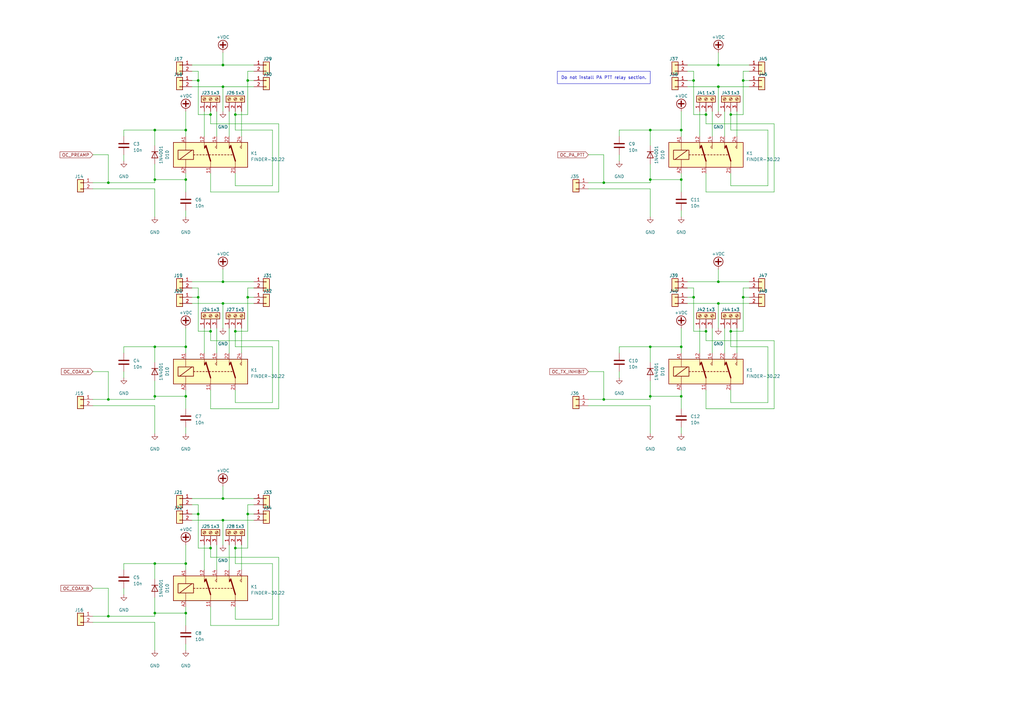
<source format=kicad_sch>
(kicad_sch (version 20230121) (generator eeschema)
  (paper "A3")
  (lib_symbols
    (symbol "Connector:Screw_Terminal_01x03" (pin_names (offset 1.016) hide)
      (property "Reference" "J" (at 0 5.08 0))
      (property "Value" "Screw_Terminal_01x03" (at 0 -5.08 0))
      (symbol "Screw_Terminal_01x03_1_1"
        (rectangle (start -1.27 3.81) (end 1.27 -3.81) (stroke (width 0.254)) (fill (type background)))
        (circle (center 0 -2.54) (radius 0.635) (stroke (width 0.1524)))
        (polyline (pts (xy -0.5334 -2.2098) (xy 0.3302 -3.048)) (stroke (width 0.1524)))
        (polyline (pts (xy -0.5334 0.3302) (xy 0.3302 -0.508)) (stroke (width 0.1524)))
        (polyline (pts (xy -0.5334 2.8702) (xy 0.3302 2.032)) (stroke (width 0.1524)))
        (polyline (pts (xy -0.3556 -2.032) (xy 0.508 -2.8702)) (stroke (width 0.1524)))
        (polyline (pts (xy -0.3556 0.508) (xy 0.508 -0.3302)) (stroke (width 0.1524)))
        (polyline (pts (xy -0.3556 3.048) (xy 0.508 2.2098)) (stroke (width 0.1524)))
        (circle (center 0 0) (radius 0.635) (stroke (width 0.1524)))
        (circle (center 0 2.54) (radius 0.635) (stroke (width 0.1524)))
        (pin passive line (at -5.08 2.54 0) (length 3.81) (name "Pin_1") (number "1"))
        (pin passive line (at -5.08 0 0) (length 3.81) (name "Pin_2") (number "2"))
        (pin passive line (at -5.08 -2.54 0) (length 3.81) (name "Pin_3") (number "3"))
      )
    )
    (symbol "Connector_Generic:Conn_01x02" (pin_names (offset 1.016) hide)
      (property "Reference" "J" (at 0 2.54 0))
      (property "Value" "Conn_01x02" (at 0 -5.08 0))
      (symbol "Conn_01x02_1_1"
        (rectangle (start -1.27 -2.413) (end 0 -2.667) (stroke (width 0.1524)))
        (rectangle (start -1.27 0.127) (end 0 -0.127) (stroke (width 0.1524)))
        (rectangle (start -1.27 1.27) (end 1.27 -3.81) (stroke (width 0.254)) (fill (type background)))
        (pin passive line (at -5.08 0 0) (length 3.81) (name "Pin_1") (number "1"))
        (pin passive line (at -5.08 -2.54 0) (length 3.81) (name "Pin_2") (number "2"))
      )
    )
    (symbol "Device:C" (pin_numbers hide) (pin_names (offset 0.254))
      (property "Reference" "C" (at 0.635 2.54 0))
      (property "Value" "C" (at 0.635 -2.54 0))
      (symbol "C_0_1"
        (polyline (pts (xy -2.032 -0.762) (xy 2.032 -0.762)) (stroke (width 0.508)))
        (polyline (pts (xy -2.032 0.762) (xy 2.032 0.762)) (stroke (width 0.508)))
      )
      (symbol "C_1_1"
        (pin passive line (at 0 3.81 270) (length 2.794) (name "~") (number "1"))
        (pin passive line (at 0 -3.81 90) (length 2.794) (name "~") (number "2"))
      )
    )
    (symbol "Diode:1N4001" (pin_numbers hide) (pin_names hide)
      (property "Reference" "D" (at 0 2.54 0))
      (property "Value" "1N4001" (at 0 -2.54 0))
      (symbol "1N4001_0_1"
        (polyline (pts (xy -1.27 1.27) (xy -1.27 -1.27)) (stroke (width 0.254)))
        (polyline (pts (xy 1.27 0) (xy -1.27 0)))
        (polyline (pts (xy 1.27 1.27) (xy 1.27 -1.27) (xy -1.27 0) (xy 1.27 1.27)) (stroke (width 0.254)))
      )
      (symbol "1N4001_1_1"
        (pin passive line (at -3.81 0 0) (length 2.54) (name "K") (number "1"))
        (pin passive line (at 3.81 0 180) (length 2.54) (name "A") (number "2"))
      )
    )
    (symbol "Relay:FINDER-30.22"
      (property "Reference" "K" (at 16.51 3.81 0))
      (property "Value" "FINDER-30.22" (at 16.51 1.27 0))
      (symbol "FINDER-30.22_0_0"
        (polyline (pts (xy -2.54 5.08) (xy -2.54 2.54) (xy -1.905 3.175) (xy -2.54 3.81)) (fill (type outline)))
        (polyline (pts (xy 2.54 5.08) (xy 2.54 2.54) (xy 1.905 3.175) (xy 2.54 3.81)))
        (polyline (pts (xy 7.62 5.08) (xy 7.62 2.54) (xy 8.255 3.175) (xy 7.62 3.81)) (fill (type outline)))
        (polyline (pts (xy 12.7 5.08) (xy 12.7 2.54) (xy 12.065 3.175) (xy 12.7 3.81)))
      )
      (symbol "FINDER-30.22_0_1"
        (rectangle (start -15.24 5.08) (end 15.24 -5.08) (stroke (width 0.254)) (fill (type background)))
        (rectangle (start -13.335 1.905) (end -6.985 -1.905) (stroke (width 0.254)))
        (polyline (pts (xy -12.7 -1.905) (xy -7.62 1.905)) (stroke (width 0.254)))
        (polyline (pts (xy -10.16 -5.08) (xy -10.16 -1.905)))
        (polyline (pts (xy -10.16 5.08) (xy -10.16 1.905)))
        (polyline (pts (xy -6.985 0) (xy -6.35 0)) (stroke (width 0.254)))
        (polyline (pts (xy -5.715 0) (xy -5.08 0)) (stroke (width 0.254)))
        (polyline (pts (xy -4.445 0) (xy -3.81 0)) (stroke (width 0.254)))
        (polyline (pts (xy -3.175 0) (xy -2.54 0)) (stroke (width 0.254)))
        (polyline (pts (xy -1.905 0) (xy -1.27 0)) (stroke (width 0.254)))
        (polyline (pts (xy -0.635 0) (xy 0 0)) (stroke (width 0.254)))
        (polyline (pts (xy 0 -2.54) (xy -1.905 3.81)) (stroke (width 0.508)))
        (polyline (pts (xy 0 -2.54) (xy 0 -5.08)))
        (polyline (pts (xy 0.635 0) (xy 1.27 0)) (stroke (width 0.254)))
        (polyline (pts (xy 1.905 0) (xy 2.54 0)) (stroke (width 0.254)))
        (polyline (pts (xy 3.175 0) (xy 3.81 0)) (stroke (width 0.254)))
        (polyline (pts (xy 4.445 0) (xy 5.08 0)) (stroke (width 0.254)))
        (polyline (pts (xy 5.715 0) (xy 6.35 0)) (stroke (width 0.254)))
        (polyline (pts (xy 6.985 0) (xy 7.62 0)) (stroke (width 0.254)))
        (polyline (pts (xy 8.255 0) (xy 8.89 0)) (stroke (width 0.254)))
        (polyline (pts (xy 10.16 -2.54) (xy 8.255 3.81)) (stroke (width 0.508)))
        (polyline (pts (xy 10.16 -2.54) (xy 10.16 -5.08)))
      )
      (symbol "FINDER-30.22_1_1"
        (pin passive line (at 0 -7.62 90) (length 2.54) (name "~") (number "11"))
        (pin passive line (at -2.54 7.62 270) (length 2.54) (name "~") (number "12"))
        (pin passive line (at 2.54 7.62 270) (length 2.54) (name "~") (number "14"))
        (pin passive line (at 10.16 -7.62 90) (length 2.54) (name "~") (number "21"))
        (pin passive line (at 7.62 7.62 270) (length 2.54) (name "~") (number "22"))
        (pin passive line (at 12.7 7.62 270) (length 2.54) (name "~") (number "24"))
        (pin passive line (at -10.16 7.62 270) (length 2.54) (name "~") (number "A1"))
        (pin passive line (at -10.16 -7.62 90) (length 2.54) (name "~") (number "A2"))
      )
    )
    (symbol "power:+VDC" (power) (pin_names (offset 0))
      (property "Value" "+VDC" (at 0 6.35 0))
      (symbol "+VDC_0_1"
        (polyline (pts (xy -1.143 3.175) (xy 1.143 3.175)) (stroke (width 0.508)))
        (polyline (pts (xy 0 0) (xy 0 1.27)))
        (polyline (pts (xy 0 2.032) (xy 0 4.318)) (stroke (width 0.508)))
        (circle (center 0 3.175) (radius 1.905) (stroke (width 0.254)))
      )
      (symbol "+VDC_1_1"
        (pin power_in line (at 0 0 90) (length 0) hide (name "+VDC") (number "1"))
      )
    )
    (symbol "power:GND" (power) (pin_names (offset 0))
      (property "Value" "GND" (at 0 -3.81 0))
      (symbol "GND_0_1"
        (polyline (pts (xy 0 0) (xy 0 -1.27) (xy 1.27 -1.27) (xy 0 -2.54) (xy -1.27 -1.27) (xy 0 -1.27)))
      )
      (symbol "GND_1_1"
        (pin power_in line (at 0 0 270) (length 0) hide (name "GND") (number "1"))
      )
    )
  )
  (junction (at 101.6 210.82))
  (junction (at 284.48 33.02))
  (junction (at 44.45 163.83))
  (junction (at 101.6 121.92))
  (junction (at 101.6 33.02))
  (junction (at 63.5 251.46))
  (junction (at 266.7 162.56))
  (junction (at 294.64 124.46))
  (junction (at 304.8 121.92))
  (junction (at 91.44 213.36))
  (junction (at 44.45 74.93))
  (junction (at 294.64 35.56))
  (junction (at 266.7 142.24))
  (junction (at 266.7 53.34))
  (junction (at 81.28 33.02))
  (junction (at 91.44 115.57))
  (junction (at 96.52 46.99))
  (junction (at 81.28 210.82))
  (junction (at 284.48 121.92))
  (junction (at 304.8 33.02))
  (junction (at 91.44 35.56))
  (junction (at 91.44 26.67))
  (junction (at 247.65 74.93))
  (junction (at 299.72 46.99))
  (junction (at 96.52 135.89))
  (junction (at 81.28 121.92))
  (junction (at 63.5 53.34))
  (junction (at 266.7 73.66))
  (junction (at 294.64 115.57))
  (junction (at 86.36 135.89))
  (junction (at 86.36 46.99))
  (junction (at 289.56 135.89))
  (junction (at 91.44 124.46))
  (junction (at 76.2 142.24))
  (junction (at 279.4 53.34))
  (junction (at 279.4 162.56))
  (junction (at 279.4 142.24))
  (junction (at 63.5 231.14))
  (junction (at 96.52 224.79))
  (junction (at 63.5 162.56))
  (junction (at 76.2 73.66))
  (junction (at 91.44 204.47))
  (junction (at 76.2 53.34))
  (junction (at 86.36 224.79))
  (junction (at 76.2 231.14))
  (junction (at 63.5 142.24))
  (junction (at 289.56 46.99))
  (junction (at 279.4 73.66))
  (junction (at 247.65 163.83))
  (junction (at 76.2 251.46))
  (junction (at 294.64 26.67))
  (junction (at 76.2 162.56))
  (junction (at 44.45 252.73))
  (junction (at 299.72 135.89))
  (junction (at 63.5 73.66))
  (wire (pts (xy 50.8 233.68) (xy 50.8 231.14)))
  (wire (pts (xy 289.56 50.8) (xy 317.5 50.8)))
  (wire (pts (xy 78.74 210.82) (xy 81.28 210.82)))
  (wire (pts (xy 76.2 248.92) (xy 76.2 251.46)))
  (wire (pts (xy 254 142.24) (xy 266.7 142.24)))
  (wire (pts (xy 104.14 204.47) (xy 91.44 204.47)))
  (wire (pts (xy 101.6 121.92) (xy 104.14 121.92)))
  (wire (pts (xy 241.3 77.47) (xy 266.7 77.47)))
  (wire (pts (xy 317.5 167.64) (xy 289.56 167.64)))
  (wire (pts (xy 104.14 115.57) (xy 91.44 115.57)))
  (wire (pts (xy 281.94 33.02) (xy 284.48 33.02)))
  (wire (pts (xy 294.64 115.57) (xy 294.64 110.49)))
  (wire (pts (xy 78.74 213.36) (xy 91.44 213.36)))
  (wire (pts (xy 111.76 231.14) (xy 96.52 231.14)))
  (wire (pts (xy 266.7 142.24) (xy 266.7 148.59)))
  (wire (pts (xy 114.3 256.54) (xy 86.36 256.54)))
  (wire (pts (xy 299.72 76.2) (xy 314.96 76.2)))
  (wire (pts (xy 99.06 134.62) (xy 99.06 144.78)))
  (wire (pts (xy 307.34 26.67) (xy 294.64 26.67)))
  (wire (pts (xy 284.48 33.02) (xy 284.48 46.99)))
  (wire (pts (xy 99.06 223.52) (xy 99.06 233.68)))
  (wire (pts (xy 63.5 231.14) (xy 76.2 231.14)))
  (wire (pts (xy 114.3 167.64) (xy 86.36 167.64)))
  (wire (pts (xy 307.34 115.57) (xy 294.64 115.57)))
  (wire (pts (xy 292.1 134.62) (xy 292.1 144.78)))
  (wire (pts (xy 50.8 142.24) (xy 63.5 142.24)))
  (wire (pts (xy 88.9 45.72) (xy 88.9 55.88)))
  (wire (pts (xy 63.5 142.24) (xy 63.5 148.59)))
  (wire (pts (xy 114.3 139.7) (xy 114.3 167.64)))
  (wire (pts (xy 76.2 162.56) (xy 76.2 167.64)))
  (wire (pts (xy 302.26 45.72) (xy 302.26 55.88)))
  (wire (pts (xy 83.82 223.52) (xy 83.82 233.68)))
  (wire (pts (xy 241.3 63.5) (xy 247.65 63.5)))
  (wire (pts (xy 241.3 74.93) (xy 247.65 74.93)))
  (wire (pts (xy 287.02 134.62) (xy 287.02 144.78)))
  (wire (pts (xy 86.36 223.52) (xy 86.36 224.79)))
  (wire (pts (xy 88.9 134.62) (xy 88.9 144.78)))
  (wire (pts (xy 281.94 118.11) (xy 284.48 118.11)))
  (wire (pts (xy 317.5 139.7) (xy 317.5 167.64)))
  (wire (pts (xy 266.7 163.83) (xy 266.7 162.56)))
  (wire (pts (xy 96.52 165.1) (xy 111.76 165.1)))
  (wire (pts (xy 81.28 224.79) (xy 86.36 224.79)))
  (wire (pts (xy 86.36 134.62) (xy 86.36 135.89)))
  (wire (pts (xy 96.52 76.2) (xy 111.76 76.2)))
  (wire (pts (xy 266.7 74.93) (xy 266.7 73.66)))
  (wire (pts (xy 86.36 135.89) (xy 86.36 139.7)))
  (wire (pts (xy 299.72 142.24) (xy 299.72 135.89)))
  (wire (pts (xy 96.52 46.99) (xy 96.52 45.72)))
  (wire (pts (xy 289.56 139.7) (xy 317.5 139.7)))
  (wire (pts (xy 83.82 45.72) (xy 83.82 55.88)))
  (wire (pts (xy 78.74 207.01) (xy 81.28 207.01)))
  (wire (pts (xy 114.3 228.6) (xy 114.3 256.54)))
  (wire (pts (xy 279.4 175.26) (xy 279.4 177.8)))
  (wire (pts (xy 104.14 207.01) (xy 101.6 207.01)))
  (wire (pts (xy 279.4 45.72) (xy 279.4 53.34)))
  (wire (pts (xy 38.1 166.37) (xy 63.5 166.37)))
  (wire (pts (xy 289.56 167.64) (xy 289.56 160.02)))
  (wire (pts (xy 254 53.34) (xy 266.7 53.34)))
  (wire (pts (xy 266.7 142.24) (xy 279.4 142.24)))
  (wire (pts (xy 93.98 134.62) (xy 93.98 144.78)))
  (wire (pts (xy 101.6 121.92) (xy 101.6 135.89)))
  (wire (pts (xy 299.72 165.1) (xy 314.96 165.1)))
  (wire (pts (xy 254 144.78) (xy 254 142.24)))
  (wire (pts (xy 96.52 231.14) (xy 96.52 224.79)))
  (wire (pts (xy 63.5 156.21) (xy 63.5 162.56)))
  (wire (pts (xy 91.44 134.62) (xy 91.44 124.46)))
  (wire (pts (xy 91.44 204.47) (xy 91.44 199.39)))
  (wire (pts (xy 91.44 124.46) (xy 104.14 124.46)))
  (wire (pts (xy 76.2 251.46) (xy 63.5 251.46)))
  (wire (pts (xy 99.06 45.72) (xy 99.06 55.88)))
  (wire (pts (xy 50.8 231.14) (xy 63.5 231.14)))
  (wire (pts (xy 299.72 135.89) (xy 304.8 135.89)))
  (wire (pts (xy 91.44 26.67) (xy 91.44 21.59)))
  (wire (pts (xy 50.8 55.88) (xy 50.8 53.34)))
  (wire (pts (xy 294.64 124.46) (xy 307.34 124.46)))
  (wire (pts (xy 289.56 46.99) (xy 289.56 50.8)))
  (wire (pts (xy 81.28 121.92) (xy 81.28 135.89)))
  (wire (pts (xy 76.2 53.34) (xy 76.2 55.88)))
  (wire (pts (xy 317.5 78.74) (xy 289.56 78.74)))
  (wire (pts (xy 281.94 115.57) (xy 294.64 115.57)))
  (wire (pts (xy 101.6 210.82) (xy 104.14 210.82)))
  (wire (pts (xy 279.4 162.56) (xy 266.7 162.56)))
  (wire (pts (xy 38.1 241.3) (xy 44.45 241.3)))
  (wire (pts (xy 81.28 118.11) (xy 81.28 121.92)))
  (wire (pts (xy 111.76 165.1) (xy 111.76 142.24)))
  (wire (pts (xy 241.3 163.83) (xy 247.65 163.83)))
  (wire (pts (xy 96.52 135.89) (xy 101.6 135.89)))
  (wire (pts (xy 96.52 160.02) (xy 96.52 165.1)))
  (wire (pts (xy 304.8 118.11) (xy 304.8 121.92)))
  (wire (pts (xy 111.76 53.34) (xy 96.52 53.34)))
  (wire (pts (xy 86.36 224.79) (xy 86.36 228.6)))
  (wire (pts (xy 284.48 46.99) (xy 289.56 46.99)))
  (wire (pts (xy 307.34 29.21) (xy 304.8 29.21)))
  (wire (pts (xy 78.74 26.67) (xy 91.44 26.67)))
  (wire (pts (xy 78.74 115.57) (xy 91.44 115.57)))
  (wire (pts (xy 317.5 50.8) (xy 317.5 78.74)))
  (wire (pts (xy 266.7 77.47) (xy 266.7 88.9)))
  (wire (pts (xy 63.5 252.73) (xy 63.5 251.46)))
  (wire (pts (xy 76.2 134.62) (xy 76.2 142.24)))
  (wire (pts (xy 96.52 224.79) (xy 96.52 223.52)))
  (wire (pts (xy 81.28 29.21) (xy 81.28 33.02)))
  (wire (pts (xy 91.44 213.36) (xy 104.14 213.36)))
  (wire (pts (xy 241.3 152.4) (xy 247.65 152.4)))
  (wire (pts (xy 294.64 35.56) (xy 307.34 35.56)))
  (wire (pts (xy 50.8 53.34) (xy 63.5 53.34)))
  (wire (pts (xy 63.5 163.83) (xy 63.5 162.56)))
  (wire (pts (xy 63.5 245.11) (xy 63.5 251.46)))
  (wire (pts (xy 314.96 53.34) (xy 299.72 53.34)))
  (wire (pts (xy 281.94 121.92) (xy 284.48 121.92)))
  (wire (pts (xy 96.52 248.92) (xy 96.52 254)))
  (wire (pts (xy 111.76 254) (xy 111.76 231.14)))
  (wire (pts (xy 38.1 63.5) (xy 44.45 63.5)))
  (wire (pts (xy 266.7 53.34) (xy 279.4 53.34)))
  (wire (pts (xy 297.18 45.72) (xy 297.18 55.88)))
  (wire (pts (xy 304.8 33.02) (xy 307.34 33.02)))
  (wire (pts (xy 50.8 241.3) (xy 50.8 243.84)))
  (wire (pts (xy 63.5 53.34) (xy 63.5 59.69)))
  (wire (pts (xy 289.56 135.89) (xy 289.56 139.7)))
  (wire (pts (xy 38.1 152.4) (xy 44.45 152.4)))
  (wire (pts (xy 91.44 35.56) (xy 104.14 35.56)))
  (wire (pts (xy 247.65 152.4) (xy 247.65 163.83)))
  (wire (pts (xy 78.74 29.21) (xy 81.28 29.21)))
  (wire (pts (xy 302.26 134.62) (xy 302.26 144.78)))
  (wire (pts (xy 279.4 142.24) (xy 279.4 144.78)))
  (wire (pts (xy 241.3 166.37) (xy 266.7 166.37)))
  (wire (pts (xy 76.2 251.46) (xy 76.2 256.54)))
  (wire (pts (xy 279.4 86.36) (xy 279.4 88.9)))
  (wire (pts (xy 279.4 160.02) (xy 279.4 162.56)))
  (wire (pts (xy 50.8 63.5) (xy 50.8 66.04)))
  (wire (pts (xy 266.7 156.21) (xy 266.7 162.56)))
  (wire (pts (xy 266.7 166.37) (xy 266.7 177.8)))
  (wire (pts (xy 63.5 166.37) (xy 63.5 177.8)))
  (wire (pts (xy 111.76 142.24) (xy 96.52 142.24)))
  (wire (pts (xy 78.74 124.46) (xy 91.44 124.46)))
  (wire (pts (xy 279.4 134.62) (xy 279.4 142.24)))
  (wire (pts (xy 289.56 78.74) (xy 289.56 71.12)))
  (wire (pts (xy 44.45 252.73) (xy 63.5 252.73)))
  (wire (pts (xy 299.72 71.12) (xy 299.72 76.2)))
  (wire (pts (xy 111.76 76.2) (xy 111.76 53.34)))
  (wire (pts (xy 299.72 53.34) (xy 299.72 46.99)))
  (wire (pts (xy 266.7 53.34) (xy 266.7 59.69)))
  (wire (pts (xy 91.44 115.57) (xy 91.44 110.49)))
  (wire (pts (xy 279.4 162.56) (xy 279.4 167.64)))
  (wire (pts (xy 86.36 50.8) (xy 114.3 50.8)))
  (wire (pts (xy 76.2 73.66) (xy 63.5 73.66)))
  (wire (pts (xy 304.8 121.92) (xy 307.34 121.92)))
  (wire (pts (xy 63.5 67.31) (xy 63.5 73.66)))
  (wire (pts (xy 96.52 224.79) (xy 101.6 224.79)))
  (wire (pts (xy 314.96 165.1) (xy 314.96 142.24)))
  (wire (pts (xy 63.5 53.34) (xy 76.2 53.34)))
  (wire (pts (xy 81.28 207.01) (xy 81.28 210.82)))
  (wire (pts (xy 76.2 73.66) (xy 76.2 78.74)))
  (wire (pts (xy 247.65 74.93) (xy 266.7 74.93)))
  (wire (pts (xy 287.02 45.72) (xy 287.02 55.88)))
  (wire (pts (xy 299.72 46.99) (xy 299.72 45.72)))
  (wire (pts (xy 86.36 46.99) (xy 86.36 50.8)))
  (wire (pts (xy 78.74 35.56) (xy 91.44 35.56)))
  (wire (pts (xy 76.2 71.12) (xy 76.2 73.66)))
  (wire (pts (xy 247.65 163.83) (xy 266.7 163.83)))
  (wire (pts (xy 281.94 26.67) (xy 294.64 26.67)))
  (wire (pts (xy 96.52 53.34) (xy 96.52 46.99)))
  (wire (pts (xy 44.45 152.4) (xy 44.45 163.83)))
  (wire (pts (xy 38.1 74.93) (xy 44.45 74.93)))
  (wire (pts (xy 76.2 264.16) (xy 76.2 266.7)))
  (wire (pts (xy 281.94 35.56) (xy 294.64 35.56)))
  (wire (pts (xy 76.2 162.56) (xy 63.5 162.56)))
  (wire (pts (xy 294.64 134.62) (xy 294.64 124.46)))
  (wire (pts (xy 91.44 223.52) (xy 91.44 213.36)))
  (wire (pts (xy 78.74 33.02) (xy 81.28 33.02)))
  (wire (pts (xy 266.7 67.31) (xy 266.7 73.66)))
  (wire (pts (xy 279.4 53.34) (xy 279.4 55.88)))
  (wire (pts (xy 44.45 74.93) (xy 63.5 74.93)))
  (wire (pts (xy 44.45 63.5) (xy 44.45 74.93)))
  (wire (pts (xy 76.2 231.14) (xy 76.2 233.68)))
  (wire (pts (xy 297.18 134.62) (xy 297.18 144.78)))
  (wire (pts (xy 63.5 74.93) (xy 63.5 73.66)))
  (wire (pts (xy 78.74 204.47) (xy 91.44 204.47)))
  (wire (pts (xy 76.2 175.26) (xy 76.2 177.8)))
  (wire (pts (xy 81.28 46.99) (xy 86.36 46.99)))
  (wire (pts (xy 38.1 163.83) (xy 44.45 163.83)))
  (wire (pts (xy 279.4 71.12) (xy 279.4 73.66)))
  (wire (pts (xy 93.98 45.72) (xy 93.98 55.88)))
  (wire (pts (xy 78.74 118.11) (xy 81.28 118.11)))
  (wire (pts (xy 83.82 134.62) (xy 83.82 144.78)))
  (wire (pts (xy 63.5 142.24) (xy 76.2 142.24)))
  (wire (pts (xy 314.96 76.2) (xy 314.96 53.34)))
  (wire (pts (xy 284.48 135.89) (xy 289.56 135.89)))
  (wire (pts (xy 63.5 255.27) (xy 63.5 266.7)))
  (wire (pts (xy 104.14 26.67) (xy 91.44 26.67)))
  (wire (pts (xy 299.72 46.99) (xy 304.8 46.99)))
  (wire (pts (xy 93.98 223.52) (xy 93.98 233.68)))
  (wire (pts (xy 114.3 50.8) (xy 114.3 78.74)))
  (wire (pts (xy 96.52 254) (xy 111.76 254)))
  (wire (pts (xy 254 55.88) (xy 254 53.34)))
  (wire (pts (xy 281.94 124.46) (xy 294.64 124.46)))
  (wire (pts (xy 50.8 152.4) (xy 50.8 154.94)))
  (wire (pts (xy 104.14 118.11) (xy 101.6 118.11)))
  (wire (pts (xy 76.2 86.36) (xy 76.2 88.9)))
  (wire (pts (xy 101.6 33.02) (xy 104.14 33.02)))
  (wire (pts (xy 299.72 160.02) (xy 299.72 165.1)))
  (wire (pts (xy 281.94 29.21) (xy 284.48 29.21)))
  (wire (pts (xy 63.5 231.14) (xy 63.5 237.49)))
  (wire (pts (xy 104.14 29.21) (xy 101.6 29.21)))
  (wire (pts (xy 289.56 134.62) (xy 289.56 135.89)))
  (wire (pts (xy 76.2 45.72) (xy 76.2 53.34)))
  (wire (pts (xy 304.8 33.02) (xy 304.8 46.99)))
  (wire (pts (xy 86.36 256.54) (xy 86.36 248.92)))
  (wire (pts (xy 284.48 29.21) (xy 284.48 33.02)))
  (wire (pts (xy 86.36 45.72) (xy 86.36 46.99)))
  (wire (pts (xy 96.52 135.89) (xy 96.52 134.62)))
  (wire (pts (xy 88.9 223.52) (xy 88.9 233.68)))
  (wire (pts (xy 114.3 78.74) (xy 86.36 78.74)))
  (wire (pts (xy 307.34 118.11) (xy 304.8 118.11)))
  (wire (pts (xy 101.6 210.82) (xy 101.6 224.79)))
  (wire (pts (xy 292.1 45.72) (xy 292.1 55.88)))
  (wire (pts (xy 254 152.4) (xy 254 154.94)))
  (wire (pts (xy 38.1 252.73) (xy 44.45 252.73)))
  (wire (pts (xy 44.45 241.3) (xy 44.45 252.73)))
  (wire (pts (xy 38.1 77.47) (xy 63.5 77.47)))
  (wire (pts (xy 76.2 142.24) (xy 76.2 144.78)))
  (wire (pts (xy 81.28 135.89) (xy 86.36 135.89)))
  (wire (pts (xy 76.2 223.52) (xy 76.2 231.14)))
  (wire (pts (xy 299.72 135.89) (xy 299.72 134.62)))
  (wire (pts (xy 91.44 45.72) (xy 91.44 35.56)))
  (wire (pts (xy 81.28 210.82) (xy 81.28 224.79)))
  (wire (pts (xy 284.48 118.11) (xy 284.48 121.92)))
  (wire (pts (xy 304.8 121.92) (xy 304.8 135.89)))
  (wire (pts (xy 96.52 71.12) (xy 96.52 76.2)))
  (wire (pts (xy 86.36 139.7) (xy 114.3 139.7)))
  (wire (pts (xy 86.36 228.6) (xy 114.3 228.6)))
  (wire (pts (xy 314.96 142.24) (xy 299.72 142.24)))
  (wire (pts (xy 101.6 33.02) (xy 101.6 46.99)))
  (wire (pts (xy 50.8 144.78) (xy 50.8 142.24)))
  (wire (pts (xy 101.6 207.01) (xy 101.6 210.82)))
  (wire (pts (xy 101.6 118.11) (xy 101.6 121.92)))
  (wire (pts (xy 86.36 78.74) (xy 86.36 71.12)))
  (wire (pts (xy 76.2 160.02) (xy 76.2 162.56)))
  (wire (pts (xy 254 63.5) (xy 254 66.04)))
  (wire (pts (xy 294.64 26.67) (xy 294.64 21.59)))
  (wire (pts (xy 247.65 63.5) (xy 247.65 74.93)))
  (wire (pts (xy 279.4 73.66) (xy 279.4 78.74)))
  (wire (pts (xy 294.64 45.72) (xy 294.64 35.56)))
  (wire (pts (xy 78.74 121.92) (xy 81.28 121.92)))
  (wire (pts (xy 96.52 142.24) (xy 96.52 135.89)))
  (wire (pts (xy 44.45 163.83) (xy 63.5 163.83)))
  (wire (pts (xy 86.36 167.64) (xy 86.36 160.02)))
  (wire (pts (xy 38.1 255.27) (xy 63.5 255.27)))
  (wire (pts (xy 284.48 121.92) (xy 284.48 135.89)))
  (wire (pts (xy 289.56 45.72) (xy 289.56 46.99)))
  (wire (pts (xy 279.4 73.66) (xy 266.7 73.66)))
  (wire (pts (xy 96.52 46.99) (xy 101.6 46.99)))
  (wire (pts (xy 304.8 29.21) (xy 304.8 33.02)))
  (wire (pts (xy 81.28 33.02) (xy 81.28 46.99)))
  (wire (pts (xy 101.6 29.21) (xy 101.6 33.02)))
  (wire (pts (xy 63.5 77.47) (xy 63.5 88.9)))
  (text_box "Do not install PA PTT relay section.\n" (at 228.6 29.21 0) (size 38.1 5.08) (effects (font (size 1.27 1.27))))
  (global_label "OC_COAX_A" (shape input) (at 38.1 152.4 180) (property "Intersheetrefs" "${INTERSHEET_REFS}" (effects hide)))
  (global_label "OC_PREAMP" (shape input) (at 38.1 63.5 180) (property "Intersheetrefs" "${INTERSHEET_REFS}" (effects hide)))
  (global_label "OC_TX_INHIBIT" (shape input) (at 241.3 152.4 180) (property "Intersheetrefs" "${INTERSHEET_REFS}" (effects hide)))
  (global_label "OC_COAX_B" (shape input) (at 38.1 241.3 180) (property "Intersheetrefs" "${INTERSHEET_REFS}" (effects hide)))
  (global_label "OC_PA_PTT" (shape input) (at 241.3 63.5 180) (property "Intersheetrefs" "${INTERSHEET_REFS}" (effects hide)))
  (symbol (lib_id "Connector_Generic:Conn_01x02") (at 33.02 74.93 0) (mirror y) (unit 1)
    (property "Reference" "J14" (at 34.29 72.39 0) (effects (justify left)))
    (property "Value" "Conn_01x02" (effects hide))
    (property "Footprint" "Connector_PinHeader_2.54mm:PinHeader_1x02_P2.54mm_Vertical" (effects hide))
    (instances (project "LB6ZH Sequencer" (path "" (reference "J14") (unit 1)) (path "" (reference "J20") (unit 1)) (path "" (reference "J14") (unit 1))))
  )
  (symbol (lib_id "power:+VDC") (at 76.2 223.52 0) (unit 1)
    (property "Reference" "#PWR022" (effects hide))
    (property "Value" "+VDC" (at 76.2 217.17 0))
    (instances (project "LB6ZH Sequencer" (path "" (reference "#PWR022") (unit 1)) (path "" (reference "#PWR029") (unit 1))))
  )
  (symbol (lib_id "power:GND") (at 254 66.04 0) (unit 1)
    (property "Reference" "#PWR011" (effects hide))
    (property "Value" "GND" (at 254 72.39 0))
    (instances (project "LB6ZH Sequencer" (path "" (reference "#PWR011") (unit 1)) (path "" (reference "#PWR037") (unit 1))))
  )
  (symbol (lib_id "power:+VDC") (at 279.4 45.72 0) (unit 1)
    (property "Reference" "#PWR022" (effects hide))
    (property "Value" "+VDC" (at 279.4 39.37 0))
    (instances (project "LB6ZH Sequencer" (path "" (reference "#PWR022") (unit 1)) (path "" (reference "#PWR041") (unit 1))))
  )
  (symbol (lib_id "power:+VDC") (at 294.64 21.59 0) (unit 1)
    (property "Reference" "#PWR022" (effects hide))
    (property "Value" "+VDC" (at 294.64 15.24 0))
    (instances (project "LB6ZH Sequencer" (path "" (reference "#PWR022") (unit 1)) (path "" (reference "#PWR045") (unit 1))))
  )
  (symbol (lib_id "Device:C") (at 254 148.59 0) (unit 1)
    (property "Reference" "C10" (at 257.81 147.955 0) (effects (justify left)))
    (property "Value" "10n" (at 257.81 150.495 0) (effects (justify left)))
    (property "Footprint" "Capacitor_THT:C_Rect_L4.6mm_W2.0mm_P2.50mm_MKS02_FKP02" (effects hide))
  )
  (symbol (lib_id "Connector:Screw_Terminal_01x03") (at 299.72 129.54 90) (unit 1)
    (property "Reference" "J44" (at 295.91 127 90) (effects (justify right)))
    (property "Value" "1x3" (at 299.72 127 90) (effects (justify right)))
    (property "Footprint" "TerminalBlock_Phoenix:TerminalBlock_Phoenix_MKDS-3-3-5.08_1x03_P5.08mm_Horizontal" (effects hide))
  )
  (symbol (lib_id "Connector:Screw_Terminal_01x03") (at 96.52 129.54 90) (unit 1)
    (property "Reference" "J27" (at 92.71 127 90) (effects (justify right)))
    (property "Value" "1x3" (at 96.52 127 90) (effects (justify right)))
    (property "Footprint" "TerminalBlock_Phoenix:TerminalBlock_Phoenix_MKDS-3-3-5.08_1x03_P5.08mm_Horizontal" (effects hide))
  )
  (symbol (lib_id "power:GND") (at 91.44 45.72 0) (unit 1)
    (property "Reference" "#PWR011" (effects hide))
    (property "Value" "GND" (at 91.44 52.07 0))
    (instances (project "LB6ZH Sequencer" (path "" (reference "#PWR011") (unit 1)) (path "" (reference "#PWR032") (unit 1))))
  )
  (symbol (lib_id "power:GND") (at 50.8 154.94 0) (unit 1)
    (property "Reference" "#PWR011" (effects hide))
    (property "Value" "GND" (at 50.8 161.29 0))
    (instances (project "LB6ZH Sequencer" (path "" (reference "#PWR011") (unit 1)) (path "" (reference "#PWR020") (unit 1))))
  )
  (symbol (lib_id "Connector_Generic:Conn_01x02") (at 312.42 121.92 0) (unit 1)
    (property "Reference" "J48" (at 311.15 119.38 0) (effects (justify left)))
    (property "Value" "Conn_01x02" (effects hide))
    (property "Footprint" "Connector_PinHeader_2.54mm:PinHeader_1x02_P2.54mm_Vertical" (effects hide))
  )
  (symbol (lib_id "Connector_Generic:Conn_01x02") (at 109.22 26.67 0) (unit 1)
    (property "Reference" "J29" (at 107.95 24.13 0) (effects (justify left)))
    (property "Value" "Conn_01x02" (effects hide))
    (property "Footprint" "Connector_PinHeader_2.54mm:PinHeader_1x02_P2.54mm_Vertical" (effects hide))
  )
  (symbol (lib_id "power:GND") (at 50.8 66.04 0) (unit 1)
    (property "Reference" "#PWR011" (effects hide))
    (property "Value" "GND" (at 50.8 72.39 0))
    (instances (project "LB6ZH Sequencer" (path "" (reference "#PWR011") (unit 1)) (path "" (reference "#PWR019") (unit 1))))
  )
  (symbol (lib_id "power:GND") (at 63.5 266.7 0) (unit 1)
    (property "Reference" "#PWR011" (effects hide))
    (property "Value" "GND" (at 63.5 273.05 0))
    (instances (project "LB6ZH Sequencer" (path "" (reference "#PWR011") (unit 1)) (path "" (reference "#PWR024") (unit 1))))
  )
  (symbol (lib_id "Connector_Generic:Conn_01x02") (at 73.66 121.92 0) (mirror y) (unit 1)
    (property "Reference" "J20" (at 74.93 119.38 0) (effects (justify left)))
    (property "Value" "Conn_01x02" (effects hide))
    (property "Footprint" "Connector_PinHeader_2.54mm:PinHeader_1x02_P2.54mm_Vertical" (effects hide))
  )
  (symbol (lib_id "Connector:Screw_Terminal_01x03") (at 96.52 40.64 90) (unit 1)
    (property "Reference" "J26" (at 92.71 38.1 90) (effects (justify right)))
    (property "Value" "1x3" (at 96.52 38.1 90) (effects (justify right)))
    (property "Footprint" "TerminalBlock_Phoenix:TerminalBlock_Phoenix_MKDS-3-3-5.08_1x03_P5.08mm_Horizontal" (effects hide))
  )
  (symbol (lib_id "Connector:Screw_Terminal_01x03") (at 96.52 218.44 90) (unit 1)
    (property "Reference" "J28" (at 92.71 215.9 90) (effects (justify right)))
    (property "Value" "1x3" (at 96.52 215.9 90) (effects (justify right)))
    (property "Footprint" "TerminalBlock_Phoenix:TerminalBlock_Phoenix_MKDS-3-3-5.08_1x03_P5.08mm_Horizontal" (effects hide))
  )
  (symbol (lib_id "Connector_Generic:Conn_01x02") (at 312.42 26.67 0) (unit 1)
    (property "Reference" "J45" (at 311.15 24.13 0) (effects (justify left)))
    (property "Value" "Conn_01x02" (effects hide))
    (property "Footprint" "Connector_PinHeader_2.54mm:PinHeader_1x02_P2.54mm_Vertical" (effects hide))
  )
  (symbol (lib_id "Diode:1N4001") (at 63.5 152.4 90) (mirror x) (unit 1)
    (property "Reference" "D10" (at 68.58 152.4 0))
    (property "Value" "1N4001" (at 66.04 152.4 0))
    (property "Footprint" "Diode_THT:D_DO-41_SOD81_P10.16mm_Horizontal" (effects hide))
    (property "Datasheet" "http://www.vishay.com/docs/88503/1n4001.pdf" (effects hide))
    (property "Sim.Device" "D" (effects hide))
    (property "Sim.Pins" "1=K 2=A" (effects hide))
    (instances (project "LB6ZH Sequencer" (path "" (reference "D10") (unit 1)) (path "" (reference "D13") (unit 1))))
  )
  (symbol (lib_id "Relay:FINDER-30.22") (at 86.36 63.5 0) (unit 1)
    (property "Reference" "K1" (at 102.87 62.865 0) (effects (justify left)))
    (property "Value" "FINDER-30.22" (at 102.87 65.405 0) (effects (justify left)))
    (property "Footprint" "Relay_THT:Relay_DPDT_Finder_30.22" (effects hide))
    (property "Datasheet" "http://gfinder.findernet.com/assets/Series/354/S30EN.pdf" (effects hide))
  )
  (symbol (lib_id "Connector_Generic:Conn_01x02") (at 312.42 33.02 0) (unit 1)
    (property "Reference" "J46" (at 311.15 30.48 0) (effects (justify left)))
    (property "Value" "Conn_01x02" (effects hide))
    (property "Footprint" "Connector_PinHeader_2.54mm:PinHeader_1x02_P2.54mm_Vertical" (effects hide))
  )
  (symbol (lib_id "Connector_Generic:Conn_01x02") (at 276.86 33.02 0) (mirror y) (unit 1)
    (property "Reference" "J38" (at 278.13 30.48 0) (effects (justify left)))
    (property "Value" "Conn_01x02" (effects hide))
    (property "Footprint" "Connector_PinHeader_2.54mm:PinHeader_1x02_P2.54mm_Vertical" (effects hide))
  )
  (symbol (lib_id "power:GND") (at 50.8 243.84 0) (unit 1)
    (property "Reference" "#PWR011" (effects hide))
    (property "Value" "GND" (at 50.8 250.19 0))
    (instances (project "LB6ZH Sequencer" (path "" (reference "#PWR011") (unit 1)) (path "" (reference "#PWR021") (unit 1))))
  )
  (symbol (lib_id "power:+VDC") (at 76.2 45.72 0) (unit 1)
    (property "Reference" "#PWR022" (effects hide))
    (property "Value" "+VDC" (at 76.2 39.37 0))
    (instances (project "LB6ZH Sequencer" (path "" (reference "#PWR022") (unit 1)) (path "" (reference "#PWR025") (unit 1))))
  )
  (symbol (lib_id "power:+VDC") (at 91.44 199.39 0) (unit 1)
    (property "Reference" "#PWR022" (effects hide))
    (property "Value" "+VDC" (at 91.44 193.04 0))
    (instances (project "LB6ZH Sequencer" (path "" (reference "#PWR022") (unit 1)) (path "" (reference "#PWR035") (unit 1))))
  )
  (symbol (lib_id "Connector_Generic:Conn_01x02") (at 236.22 74.93 0) (mirror y) (unit 1)
    (property "Reference" "J35" (at 237.49 72.39 0) (effects (justify left)))
    (property "Value" "Conn_01x02" (effects hide))
    (property "Footprint" "Connector_PinHeader_2.54mm:PinHeader_1x02_P2.54mm_Vertical" (effects hide))
    (instances (project "LB6ZH Sequencer" (path "" (reference "J35") (unit 1)) (path "" (reference "J20") (unit 1)) (path "" (reference "J14") (unit 1))))
  )
  (symbol (lib_id "Diode:1N4001") (at 63.5 63.5 90) (mirror x) (unit 1)
    (property "Reference" "D10" (at 68.58 63.5 0))
    (property "Value" "1N4001" (at 66.04 63.5 0))
    (property "Footprint" "Diode_THT:D_DO-41_SOD81_P10.16mm_Horizontal" (effects hide))
    (property "Datasheet" "http://www.vishay.com/docs/88503/1n4001.pdf" (effects hide))
    (property "Sim.Device" "D" (effects hide))
    (property "Sim.Pins" "1=K 2=A" (effects hide))
    (instances (project "LB6ZH Sequencer" (path "" (reference "D10") (unit 1)) (path "" (reference "D12") (unit 1))))
  )
  (symbol (lib_id "power:GND") (at 91.44 134.62 0) (unit 1)
    (property "Reference" "#PWR011" (effects hide))
    (property "Value" "GND" (at 91.44 140.97 0))
    (instances (project "LB6ZH Sequencer" (path "" (reference "#PWR011") (unit 1)) (path "" (reference "#PWR034") (unit 1))))
  )
  (symbol (lib_id "Device:C") (at 279.4 171.45 0) (unit 1)
    (property "Reference" "C12" (at 283.21 170.815 0) (effects (justify left)))
    (property "Value" "10n" (at 283.21 173.355 0) (effects (justify left)))
    (property "Footprint" "Capacitor_THT:C_Rect_L4.6mm_W2.0mm_P2.50mm_MKS02_FKP02" (effects hide))
  )
  (symbol (lib_id "Connector:Screw_Terminal_01x03") (at 86.36 129.54 90) (unit 1)
    (property "Reference" "J24" (at 82.55 127 90) (effects (justify right)))
    (property "Value" "1x3" (at 86.36 127 90) (effects (justify right)))
    (property "Footprint" "TerminalBlock_Phoenix:TerminalBlock_Phoenix_MKDS-3-3-5.08_1x03_P5.08mm_Horizontal" (effects hide))
  )
  (symbol (lib_id "Connector:Screw_Terminal_01x03") (at 299.72 40.64 90) (unit 1)
    (property "Reference" "J43" (at 295.91 38.1 90) (effects (justify right)))
    (property "Value" "1x3" (at 299.72 38.1 90) (effects (justify right)))
    (property "Footprint" "TerminalBlock_Phoenix:TerminalBlock_Phoenix_MKDS-3-3-5.08_1x03_P5.08mm_Horizontal" (effects hide))
  )
  (symbol (lib_id "Relay:FINDER-30.22") (at 289.56 63.5 0) (unit 1)
    (property "Reference" "K1" (at 306.07 62.865 0) (effects (justify left)))
    (property "Value" "FINDER-30.22" (at 306.07 65.405 0) (effects (justify left)))
    (property "Footprint" "Relay_THT:Relay_DPDT_Finder_30.22" (effects hide))
    (property "Datasheet" "http://gfinder.findernet.com/assets/Series/354/S30EN.pdf" (effects hide))
    (instances (project "LB6ZH Sequencer" (path "" (reference "K1") (unit 1)) (path "" (reference "K4") (unit 1))) (project "" (path "" (reference "K1") (unit 1))))
  )
  (symbol (lib_id "power:GND") (at 76.2 177.8 0) (unit 1)
    (property "Reference" "#PWR011" (effects hide))
    (property "Value" "GND" (at 76.2 184.15 0))
    (instances (project "LB6ZH Sequencer" (path "" (reference "#PWR011") (unit 1)) (path "" (reference "#PWR028") (unit 1))))
  )
  (symbol (lib_id "power:GND") (at 266.7 88.9 0) (unit 1)
    (property "Reference" "#PWR011" (effects hide))
    (property "Value" "GND" (at 266.7 95.25 0))
    (instances (project "LB6ZH Sequencer" (path "" (reference "#PWR011") (unit 1)) (path "" (reference "#PWR039") (unit 1))))
  )
  (symbol (lib_id "Diode:1N4001") (at 63.5 241.3 90) (mirror x) (unit 1)
    (property "Reference" "D10" (at 68.58 241.3 0))
    (property "Value" "1N4001" (at 66.04 241.3 0))
    (property "Footprint" "Diode_THT:D_DO-41_SOD81_P10.16mm_Horizontal" (effects hide))
    (property "Datasheet" "http://www.vishay.com/docs/88503/1n4001.pdf" (effects hide))
    (property "Sim.Device" "D" (effects hide))
    (property "Sim.Pins" "1=K 2=A" (effects hide))
    (instances (project "LB6ZH Sequencer" (path "" (reference "D10") (unit 1)) (path "" (reference "D14") (unit 1))))
  )
  (symbol (lib_id "Device:C") (at 76.2 260.35 0) (unit 1)
    (property "Reference" "C8" (at 80.01 259.715 0) (effects (justify left)))
    (property "Value" "10n" (at 80.01 262.255 0) (effects (justify left)))
    (property "Footprint" "Capacitor_THT:C_Rect_L4.6mm_W2.0mm_P2.50mm_MKS02_FKP02" (effects hide))
  )
  (symbol (lib_id "Connector_Generic:Conn_01x02") (at 236.22 163.83 0) (mirror y) (unit 1)
    (property "Reference" "J36" (at 237.49 161.29 0) (effects (justify left)))
    (property "Value" "Conn_01x02" (effects hide))
    (property "Footprint" "Connector_PinHeader_2.54mm:PinHeader_1x02_P2.54mm_Vertical" (effects hide))
    (instances (project "LB6ZH Sequencer" (path "" (reference "J36") (unit 1)) (path "" (reference "J20") (unit 1)) (path "" (reference "J14") (unit 1))))
  )
  (symbol (lib_id "Connector_Generic:Conn_01x02") (at 276.86 115.57 0) (mirror y) (unit 1)
    (property "Reference" "J39" (at 278.13 113.03 0) (effects (justify left)))
    (property "Value" "Conn_01x02" (effects hide))
    (property "Footprint" "Connector_PinHeader_2.54mm:PinHeader_1x02_P2.54mm_Vertical" (effects hide))
  )
  (symbol (lib_id "Device:C") (at 50.8 59.69 0) (unit 1)
    (property "Reference" "C3" (at 54.61 59.055 0) (effects (justify left)))
    (property "Value" "10n" (at 54.61 61.595 0) (effects (justify left)))
    (property "Footprint" "Capacitor_THT:C_Rect_L4.6mm_W2.0mm_P2.50mm_MKS02_FKP02" (effects hide))
  )
  (symbol (lib_id "power:+VDC") (at 294.64 110.49 0) (unit 1)
    (property "Reference" "#PWR022" (effects hide))
    (property "Value" "+VDC" (at 294.64 104.14 0))
    (instances (project "LB6ZH Sequencer" (path "" (reference "#PWR022") (unit 1)) (path "" (reference "#PWR047") (unit 1))))
  )
  (symbol (lib_id "Device:C") (at 279.4 82.55 0) (unit 1)
    (property "Reference" "C11" (at 283.21 81.915 0) (effects (justify left)))
    (property "Value" "10n" (at 283.21 84.455 0) (effects (justify left)))
    (property "Footprint" "Capacitor_THT:C_Rect_L4.6mm_W2.0mm_P2.50mm_MKS02_FKP02" (effects hide))
  )
  (symbol (lib_id "Diode:1N4001") (at 266.7 152.4 90) (mirror x) (unit 1)
    (property "Reference" "D10" (at 271.78 152.4 0))
    (property "Value" "1N4001" (at 269.24 152.4 0))
    (property "Footprint" "Diode_THT:D_DO-41_SOD81_P10.16mm_Horizontal" (effects hide))
    (property "Datasheet" "http://www.vishay.com/docs/88503/1n4001.pdf" (effects hide))
    (property "Sim.Device" "D" (effects hide))
    (property "Sim.Pins" "1=K 2=A" (effects hide))
    (instances (project "LB6ZH Sequencer" (path "" (reference "D10") (unit 1)) (path "" (reference "D16") (unit 1))))
  )
  (symbol (lib_id "Connector_Generic:Conn_01x02") (at 312.42 115.57 0) (unit 1)
    (property "Reference" "J47" (at 311.15 113.03 0) (effects (justify left)))
    (property "Value" "Conn_01x02" (effects hide))
    (property "Footprint" "Connector_PinHeader_2.54mm:PinHeader_1x02_P2.54mm_Vertical" (effects hide))
  )
  (symbol (lib_id "Connector:Screw_Terminal_01x03") (at 289.56 40.64 90) (unit 1)
    (property "Reference" "J41" (at 285.75 38.1 90) (effects (justify right)))
    (property "Value" "1x3" (at 289.56 38.1 90) (effects (justify right)))
    (property "Footprint" "TerminalBlock_Phoenix:TerminalBlock_Phoenix_MKDS-3-3-5.08_1x03_P5.08mm_Horizontal" (effects hide))
  )
  (symbol (lib_id "Relay:FINDER-30.22") (at 86.36 241.3 0) (unit 1)
    (property "Reference" "K1" (at 102.87 240.665 0) (effects (justify left)))
    (property "Value" "FINDER-30.22" (at 102.87 243.205 0) (effects (justify left)))
    (property "Footprint" "Relay_THT:Relay_DPDT_Finder_30.22" (effects hide))
    (property "Datasheet" "http://gfinder.findernet.com/assets/Series/354/S30EN.pdf" (effects hide))
    (instances (project "LB6ZH Sequencer" (path "" (reference "K1") (unit 1)) (path "" (reference "K3") (unit 1))) (project "" (path "" (reference "K1") (unit 1))))
  )
  (symbol (lib_id "power:+VDC") (at 91.44 110.49 0) (unit 1)
    (property "Reference" "#PWR022" (effects hide))
    (property "Value" "+VDC" (at 91.44 104.14 0))
    (instances (project "LB6ZH Sequencer" (path "" (reference "#PWR022") (unit 1)) (path "" (reference "#PWR033") (unit 1))))
  )
  (symbol (lib_id "Connector:Screw_Terminal_01x03") (at 86.36 218.44 90) (unit 1)
    (property "Reference" "J25" (at 82.55 215.9 90) (effects (justify right)))
    (property "Value" "1x3" (at 86.36 215.9 90) (effects (justify right)))
    (property "Footprint" "TerminalBlock_Phoenix:TerminalBlock_Phoenix_MKDS-3-3-5.08_1x03_P5.08mm_Horizontal" (effects hide))
  )
  (symbol (lib_id "Diode:1N4001") (at 266.7 63.5 90) (mirror x) (unit 1)
    (property "Reference" "D10" (at 271.78 63.5 0))
    (property "Value" "1N4001" (at 269.24 63.5 0))
    (property "Footprint" "Diode_THT:D_DO-41_SOD81_P10.16mm_Horizontal" (effects hide))
    (property "Datasheet" "http://www.vishay.com/docs/88503/1n4001.pdf" (effects hide))
    (property "Sim.Device" "D" (effects hide))
    (property "Sim.Pins" "1=K 2=A" (effects hide))
    (instances (project "LB6ZH Sequencer" (path "" (reference "D10") (unit 1)) (path "" (reference "D15") (unit 1))))
  )
  (symbol (lib_id "Connector_Generic:Conn_01x02") (at 109.22 33.02 0) (unit 1)
    (property "Reference" "J30" (at 107.95 30.48 0) (effects (justify left)))
    (property "Value" "Conn_01x02" (effects hide))
    (property "Footprint" "Connector_PinHeader_2.54mm:PinHeader_1x02_P2.54mm_Vertical" (effects hide))
  )
  (symbol (lib_id "power:+VDC") (at 91.44 21.59 0) (unit 1)
    (property "Reference" "#PWR022" (effects hide))
    (property "Value" "+VDC" (at 91.44 15.24 0))
    (instances (project "LB6ZH Sequencer" (path "" (reference "#PWR022") (unit 1)) (path "" (reference "#PWR031") (unit 1))))
  )
  (symbol (lib_id "power:GND") (at 254 154.94 0) (unit 1)
    (property "Reference" "#PWR011" (effects hide))
    (property "Value" "GND" (at 254 161.29 0))
    (instances (project "LB6ZH Sequencer" (path "" (reference "#PWR011") (unit 1)) (path "" (reference "#PWR038") (unit 1))))
  )
  (symbol (lib_id "Connector:Screw_Terminal_01x03") (at 289.56 129.54 90) (unit 1)
    (property "Reference" "J42" (at 285.75 127 90) (effects (justify right)))
    (property "Value" "1x3" (at 289.56 127 90) (effects (justify right)))
    (property "Footprint" "TerminalBlock_Phoenix:TerminalBlock_Phoenix_MKDS-3-3-5.08_1x03_P5.08mm_Horizontal" (effects hide))
  )
  (symbol (lib_id "power:GND") (at 294.64 134.62 0) (unit 1)
    (property "Reference" "#PWR011" (effects hide))
    (property "Value" "GND" (at 294.64 140.97 0))
    (instances (project "LB6ZH Sequencer" (path "" (reference "#PWR011") (unit 1)) (path "" (reference "#PWR048") (unit 1))))
  )
  (symbol (lib_id "power:+VDC") (at 279.4 134.62 0) (unit 1)
    (property "Reference" "#PWR022" (effects hide))
    (property "Value" "+VDC" (at 279.4 128.27 0))
    (instances (project "LB6ZH Sequencer" (path "" (reference "#PWR022") (unit 1)) (path "" (reference "#PWR043") (unit 1))))
  )
  (symbol (lib_id "Device:C") (at 76.2 82.55 0) (unit 1)
    (property "Reference" "C6" (at 80.01 81.915 0) (effects (justify left)))
    (property "Value" "10n" (at 80.01 84.455 0) (effects (justify left)))
    (property "Footprint" "Capacitor_THT:C_Rect_L4.6mm_W2.0mm_P2.50mm_MKS02_FKP02" (effects hide))
  )
  (symbol (lib_id "power:GND") (at 294.64 45.72 0) (unit 1)
    (property "Reference" "#PWR011" (effects hide))
    (property "Value" "GND" (at 294.64 52.07 0))
    (instances (project "LB6ZH Sequencer" (path "" (reference "#PWR011") (unit 1)) (path "" (reference "#PWR046") (unit 1))))
  )
  (symbol (lib_id "Device:C") (at 50.8 148.59 0) (unit 1)
    (property "Reference" "C4" (at 54.61 147.955 0) (effects (justify left)))
    (property "Value" "10n" (at 54.61 150.495 0) (effects (justify left)))
    (property "Footprint" "Capacitor_THT:C_Rect_L4.6mm_W2.0mm_P2.50mm_MKS02_FKP02" (effects hide))
  )
  (symbol (lib_id "power:GND") (at 279.4 177.8 0) (unit 1)
    (property "Reference" "#PWR011" (effects hide))
    (property "Value" "GND" (at 279.4 184.15 0))
    (instances (project "LB6ZH Sequencer" (path "" (reference "#PWR011") (unit 1)) (path "" (reference "#PWR044") (unit 1))))
  )
  (symbol (lib_id "Relay:FINDER-30.22") (at 86.36 152.4 0) (unit 1)
    (property "Reference" "K1" (at 102.87 151.765 0) (effects (justify left)))
    (property "Value" "FINDER-30.22" (at 102.87 154.305 0) (effects (justify left)))
    (property "Footprint" "Relay_THT:Relay_DPDT_Finder_30.22" (effects hide))
    (property "Datasheet" "http://gfinder.findernet.com/assets/Series/354/S30EN.pdf" (effects hide))
    (instances (project "LB6ZH Sequencer" (path "" (reference "K1") (unit 1)) (path "" (reference "K2") (unit 1))) (project "" (path "" (reference "K1") (unit 1))))
  )
  (symbol (lib_id "Connector_Generic:Conn_01x02") (at 276.86 26.67 0) (mirror y) (unit 1)
    (property "Reference" "J37" (at 278.13 24.13 0) (effects (justify left)))
    (property "Value" "Conn_01x02" (effects hide))
    (property "Footprint" "Connector_PinHeader_2.54mm:PinHeader_1x02_P2.54mm_Vertical" (effects hide))
  )
  (symbol (lib_id "Connector_Generic:Conn_01x02") (at 109.22 210.82 0) (unit 1)
    (property "Reference" "J34" (at 107.95 208.28 0) (effects (justify left)))
    (property "Value" "Conn_01x02" (effects hide))
    (property "Footprint" "Connector_PinHeader_2.54mm:PinHeader_1x02_P2.54mm_Vertical" (effects hide))
  )
  (symbol (lib_id "power:+VDC") (at 76.2 134.62 0) (unit 1)
    (property "Reference" "#PWR022" (effects hide))
    (property "Value" "+VDC" (at 76.2 128.27 0))
    (instances (project "LB6ZH Sequencer" (path "" (reference "#PWR022") (unit 1)) (path "" (reference "#PWR027") (unit 1))))
  )
  (symbol (lib_id "Device:C") (at 50.8 237.49 0) (unit 1)
    (property "Reference" "C5" (at 54.61 236.855 0) (effects (justify left)))
    (property "Value" "10n" (at 54.61 239.395 0) (effects (justify left)))
    (property "Footprint" "Capacitor_THT:C_Rect_L4.6mm_W2.0mm_P2.50mm_MKS02_FKP02" (effects hide))
  )
  (symbol (lib_id "Relay:FINDER-30.22") (at 289.56 152.4 0) (unit 1)
    (property "Reference" "K1" (at 306.07 151.765 0) (effects (justify left)))
    (property "Value" "FINDER-30.22" (at 306.07 154.305 0) (effects (justify left)))
    (property "Footprint" "Relay_THT:Relay_DPDT_Finder_30.22" (effects hide))
    (property "Datasheet" "http://gfinder.findernet.com/assets/Series/354/S30EN.pdf" (effects hide))
    (instances (project "LB6ZH Sequencer" (path "" (reference "K1") (unit 1)) (path "" (reference "K5") (unit 1))) (project "" (path "" (reference "K1") (unit 1))))
  )
  (symbol (lib_id "Connector_Generic:Conn_01x02") (at 109.22 121.92 0) (unit 1)
    (property "Reference" "J32" (at 107.95 119.38 0) (effects (justify left)))
    (property "Value" "Conn_01x02" (effects hide))
    (property "Footprint" "Connector_PinHeader_2.54mm:PinHeader_1x02_P2.54mm_Vertical" (effects hide))
  )
  (symbol (lib_id "Device:C") (at 254 59.69 0) (unit 1)
    (property "Reference" "C9" (at 257.81 59.055 0) (effects (justify left)))
    (property "Value" "10n" (at 257.81 61.595 0) (effects (justify left)))
    (property "Footprint" "Capacitor_THT:C_Rect_L4.6mm_W2.0mm_P2.50mm_MKS02_FKP02" (effects hide))
  )
  (symbol (lib_id "Connector_Generic:Conn_01x02") (at 73.66 210.82 0) (mirror y) (unit 1)
    (property "Reference" "J22" (at 74.93 208.28 0) (effects (justify left)))
    (property "Value" "Conn_01x02" (effects hide))
    (property "Footprint" "Connector_PinHeader_2.54mm:PinHeader_1x02_P2.54mm_Vertical" (effects hide))
  )
  (symbol (lib_id "power:GND") (at 279.4 88.9 0) (unit 1)
    (property "Reference" "#PWR011" (effects hide))
    (property "Value" "GND" (at 279.4 95.25 0))
    (instances (project "LB6ZH Sequencer" (path "" (reference "#PWR011") (unit 1)) (path "" (reference "#PWR042") (unit 1))))
  )
  (symbol (lib_id "power:GND") (at 91.44 223.52 0) (unit 1)
    (property "Reference" "#PWR011" (effects hide))
    (property "Value" "GND" (at 91.44 229.87 0))
    (instances (project "LB6ZH Sequencer" (path "" (reference "#PWR011") (unit 1)) (path "" (reference "#PWR036") (unit 1))))
  )
  (symbol (lib_id "Connector_Generic:Conn_01x02") (at 73.66 204.47 0) (mirror y) (unit 1)
    (property "Reference" "J21" (at 74.93 201.93 0) (effects (justify left)))
    (property "Value" "Conn_01x02" (effects hide))
    (property "Footprint" "Connector_PinHeader_2.54mm:PinHeader_1x02_P2.54mm_Vertical" (effects hide))
  )
  (symbol (lib_id "Connector_Generic:Conn_01x02") (at 109.22 204.47 0) (unit 1)
    (property "Reference" "J33" (at 107.95 201.93 0) (effects (justify left)))
    (property "Value" "Conn_01x02" (effects hide))
    (property "Footprint" "Connector_PinHeader_2.54mm:PinHeader_1x02_P2.54mm_Vertical" (effects hide))
  )
  (symbol (lib_id "Connector_Generic:Conn_01x02") (at 276.86 121.92 0) (mirror y) (unit 1)
    (property "Reference" "J40" (at 278.13 119.38 0) (effects (justify left)))
    (property "Value" "Conn_01x02" (effects hide))
    (property "Footprint" "Connector_PinHeader_2.54mm:PinHeader_1x02_P2.54mm_Vertical" (effects hide))
  )
  (symbol (lib_id "Connector_Generic:Conn_01x02") (at 33.02 252.73 0) (mirror y) (unit 1)
    (property "Reference" "J16" (at 34.29 250.19 0) (effects (justify left)))
    (property "Value" "Conn_01x02" (effects hide))
    (property "Footprint" "Connector_PinHeader_2.54mm:PinHeader_1x02_P2.54mm_Vertical" (effects hide))
    (instances (project "LB6ZH Sequencer" (path "" (reference "J16") (unit 1)) (path "" (reference "J20") (unit 1)) (path "" (reference "J14") (unit 1))))
  )
  (symbol (lib_id "Connector_Generic:Conn_01x02") (at 109.22 115.57 0) (unit 1)
    (property "Reference" "J31" (at 107.95 113.03 0) (effects (justify left)))
    (property "Value" "Conn_01x02" (effects hide))
    (property "Footprint" "Connector_PinHeader_2.54mm:PinHeader_1x02_P2.54mm_Vertical" (effects hide))
  )
  (symbol (lib_id "power:GND") (at 63.5 88.9 0) (unit 1)
    (property "Reference" "#PWR011" (effects hide))
    (property "Value" "GND" (at 63.5 95.25 0))
    (instances (project "LB6ZH Sequencer" (path "" (reference "#PWR011") (unit 1)) (path "" (reference "#PWR022") (unit 1))))
  )
  (symbol (lib_id "Connector_Generic:Conn_01x02") (at 73.66 26.67 0) (mirror y) (unit 1)
    (property "Reference" "J17" (at 74.93 24.13 0) (effects (justify left)))
    (property "Value" "Conn_01x02" (effects hide))
    (property "Footprint" "Connector_PinHeader_2.54mm:PinHeader_1x02_P2.54mm_Vertical" (effects hide))
  )
  (symbol (lib_id "Connector_Generic:Conn_01x02") (at 73.66 33.02 0) (mirror y) (unit 1)
    (property "Reference" "J18" (at 74.93 30.48 0) (effects (justify left)))
    (property "Value" "Conn_01x02" (effects hide))
    (property "Footprint" "Connector_PinHeader_2.54mm:PinHeader_1x02_P2.54mm_Vertical" (effects hide))
  )
  (symbol (lib_id "Device:C") (at 76.2 171.45 0) (unit 1)
    (property "Reference" "C7" (at 80.01 170.815 0) (effects (justify left)))
    (property "Value" "10n" (at 80.01 173.355 0) (effects (justify left)))
    (property "Footprint" "Capacitor_THT:C_Rect_L4.6mm_W2.0mm_P2.50mm_MKS02_FKP02" (effects hide))
  )
  (symbol (lib_id "power:GND") (at 266.7 177.8 0) (unit 1)
    (property "Reference" "#PWR011" (effects hide))
    (property "Value" "GND" (at 266.7 184.15 0))
    (instances (project "LB6ZH Sequencer" (path "" (reference "#PWR011") (unit 1)) (path "" (reference "#PWR040") (unit 1))))
  )
  (symbol (lib_id "Connector_Generic:Conn_01x02") (at 73.66 115.57 0) (mirror y) (unit 1)
    (property "Reference" "J19" (at 74.93 113.03 0) (effects (justify left)))
    (property "Value" "Conn_01x02" (effects hide))
    (property "Footprint" "Connector_PinHeader_2.54mm:PinHeader_1x02_P2.54mm_Vertical" (effects hide))
  )
  (symbol (lib_id "power:GND") (at 76.2 88.9 0) (unit 1)
    (property "Reference" "#PWR011" (effects hide))
    (property "Value" "GND" (at 76.2 95.25 0))
    (instances (project "LB6ZH Sequencer" (path "" (reference "#PWR011") (unit 1)) (path "" (reference "#PWR026") (unit 1))))
  )
  (symbol (lib_id "power:GND") (at 63.5 177.8 0) (unit 1)
    (property "Reference" "#PWR011" (effects hide))
    (property "Value" "GND" (at 63.5 184.15 0))
    (instances (project "LB6ZH Sequencer" (path "" (reference "#PWR011") (unit 1)) (path "" (reference "#PWR023") (unit 1))))
  )
  (symbol (lib_id "Connector_Generic:Conn_01x02") (at 33.02 163.83 0) (mirror y) (unit 1)
    (property "Reference" "J15" (at 34.29 161.29 0) (effects (justify left)))
    (property "Value" "Conn_01x02" (effects hide))
    (property "Footprint" "Connector_PinHeader_2.54mm:PinHeader_1x02_P2.54mm_Vertical" (effects hide))
    (instances (project "LB6ZH Sequencer" (path "" (reference "J15") (unit 1)) (path "" (reference "J20") (unit 1)) (path "" (reference "J14") (unit 1))))
  )
  (symbol (lib_id "Connector:Screw_Terminal_01x03") (at 86.36 40.64 90) (unit 1)
    (property "Reference" "J23" (at 82.55 38.1 90) (effects (justify right)))
    (property "Value" "1x3" (at 86.36 38.1 90) (effects (justify right)))
    (property "Footprint" "TerminalBlock_Phoenix:TerminalBlock_Phoenix_MKDS-3-3-5.08_1x03_P5.08mm_Horizontal" (effects hide))
  )
  (symbol (lib_id "power:GND") (at 76.2 266.7 0) (unit 1)
    (property "Reference" "#PWR011" (effects hide))
    (property "Value" "GND" (at 76.2 273.05 0))
    (instances (project "LB6ZH Sequencer" (path "" (reference "#PWR011") (unit 1)) (path "" (reference "#PWR030") (unit 1))))
  )
)
</source>
